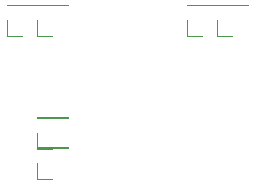
<source format=gbo>
G04 #@! TF.GenerationSoftware,KiCad,Pcbnew,(5.1.6)-1*
G04 #@! TF.CreationDate,2020-06-01T08:00:51+09:00*
G04 #@! TF.ProjectId,EXOR,45584f52-2e6b-4696-9361-645f70636258,rev?*
G04 #@! TF.SameCoordinates,Original*
G04 #@! TF.FileFunction,Legend,Bot*
G04 #@! TF.FilePolarity,Positive*
%FSLAX46Y46*%
G04 Gerber Fmt 4.6, Leading zero omitted, Abs format (unit mm)*
G04 Created by KiCad (PCBNEW (5.1.6)-1) date 2020-06-01 08:00:51*
%MOMM*%
%LPD*%
G01*
G04 APERTURE LIST*
%ADD10C,0.120000*%
G04 APERTURE END LIST*
D10*
X26610000Y-27365000D02*
X27940000Y-27365000D01*
X26610000Y-26035000D02*
X26610000Y-27365000D01*
X26610000Y-24765000D02*
X29270000Y-24765000D01*
X29270000Y-24765000D02*
X29270000Y-24705000D01*
X26610000Y-24765000D02*
X26610000Y-24705000D01*
X26610000Y-24705000D02*
X29270000Y-24705000D01*
X26610000Y-27245000D02*
X29270000Y-27245000D01*
X26610000Y-27305000D02*
X26610000Y-27245000D01*
X29270000Y-27305000D02*
X29270000Y-27245000D01*
X26610000Y-27305000D02*
X29270000Y-27305000D01*
X26610000Y-28575000D02*
X26610000Y-29905000D01*
X26610000Y-29905000D02*
X27940000Y-29905000D01*
X41850000Y-17805000D02*
X43180000Y-17805000D01*
X41850000Y-16475000D02*
X41850000Y-17805000D01*
X41850000Y-15205000D02*
X44510000Y-15205000D01*
X44510000Y-15205000D02*
X44510000Y-15145000D01*
X41850000Y-15205000D02*
X41850000Y-15145000D01*
X41850000Y-15145000D02*
X44510000Y-15145000D01*
X39310000Y-15145000D02*
X41970000Y-15145000D01*
X39310000Y-15205000D02*
X39310000Y-15145000D01*
X41970000Y-15205000D02*
X41970000Y-15145000D01*
X39310000Y-15205000D02*
X41970000Y-15205000D01*
X39310000Y-16475000D02*
X39310000Y-17805000D01*
X39310000Y-17805000D02*
X40640000Y-17805000D01*
X26610000Y-17805000D02*
X27940000Y-17805000D01*
X26610000Y-16475000D02*
X26610000Y-17805000D01*
X26610000Y-15205000D02*
X29270000Y-15205000D01*
X29270000Y-15205000D02*
X29270000Y-15145000D01*
X26610000Y-15205000D02*
X26610000Y-15145000D01*
X26610000Y-15145000D02*
X29270000Y-15145000D01*
X24070000Y-15145000D02*
X26730000Y-15145000D01*
X24070000Y-15205000D02*
X24070000Y-15145000D01*
X26730000Y-15205000D02*
X26730000Y-15145000D01*
X24070000Y-15205000D02*
X26730000Y-15205000D01*
X24070000Y-16475000D02*
X24070000Y-17805000D01*
X24070000Y-17805000D02*
X25400000Y-17805000D01*
M02*

</source>
